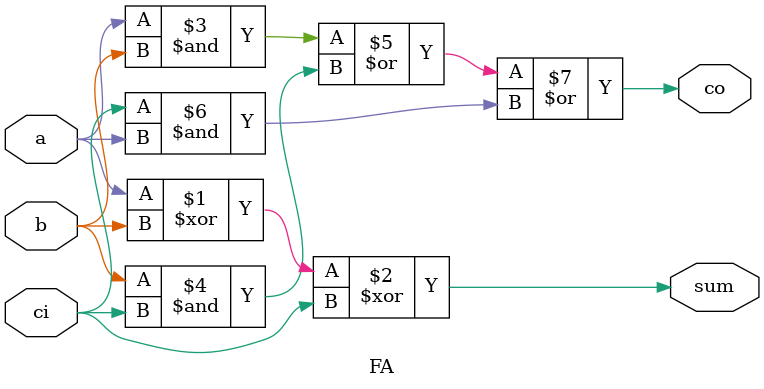
<source format=v>
`timescale 1ns/10ps
module FA(a, b, ci, sum, co);

  input   a, b, ci;
  output  sum, co;
  
  assign sum = a ^ b ^ ci;
  assign co = (a & b) | (b & ci) | (ci & a);

  

endmodule

</source>
